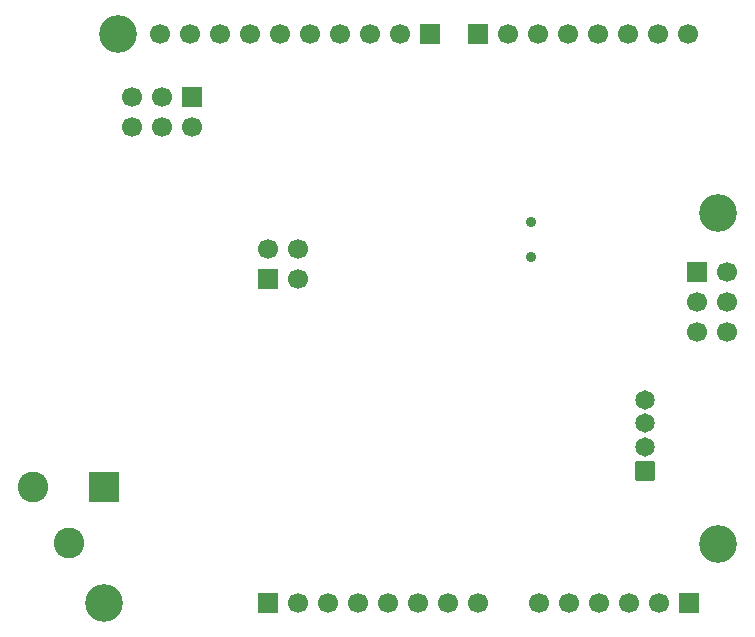
<source format=gbr>
%TF.GenerationSoftware,KiCad,Pcbnew,9.0.6*%
%TF.CreationDate,2026-01-05T12:25:03+01:00*%
%TF.ProjectId,arduino_uno_custom,61726475-696e-46f5-9f75-6e6f5f637573,rev?*%
%TF.SameCoordinates,Original*%
%TF.FileFunction,Soldermask,Bot*%
%TF.FilePolarity,Negative*%
%FSLAX46Y46*%
G04 Gerber Fmt 4.6, Leading zero omitted, Abs format (unit mm)*
G04 Created by KiCad (PCBNEW 9.0.6) date 2026-01-05 12:25:03*
%MOMM*%
%LPD*%
G01*
G04 APERTURE LIST*
G04 Aperture macros list*
%AMRoundRect*
0 Rectangle with rounded corners*
0 $1 Rounding radius*
0 $2 $3 $4 $5 $6 $7 $8 $9 X,Y pos of 4 corners*
0 Add a 4 corners polygon primitive as box body*
4,1,4,$2,$3,$4,$5,$6,$7,$8,$9,$2,$3,0*
0 Add four circle primitives for the rounded corners*
1,1,$1+$1,$2,$3*
1,1,$1+$1,$4,$5*
1,1,$1+$1,$6,$7*
1,1,$1+$1,$8,$9*
0 Add four rect primitives between the rounded corners*
20,1,$1+$1,$2,$3,$4,$5,0*
20,1,$1+$1,$4,$5,$6,$7,0*
20,1,$1+$1,$6,$7,$8,$9,0*
20,1,$1+$1,$8,$9,$2,$3,0*%
G04 Aperture macros list end*
%ADD10R,1.700000X1.700000*%
%ADD11C,1.700000*%
%ADD12RoundRect,0.102000X0.719000X-0.719000X0.719000X0.719000X-0.719000X0.719000X-0.719000X-0.719000X0*%
%ADD13C,1.642000*%
%ADD14R,2.600000X2.600000*%
%ADD15C,2.600000*%
%ADD16C,3.200000*%
%ADD17C,0.900000*%
G04 APERTURE END LIST*
D10*
%TO.C,J1*%
X138600000Y-79000000D03*
D11*
X138600000Y-81540000D03*
X136060000Y-79000000D03*
X136060000Y-81540000D03*
X133520000Y-79000000D03*
X133520000Y-81540000D03*
%TD*%
D12*
%TO.C,J9*%
X177000000Y-110600000D03*
D13*
X177000000Y-108600000D03*
X177000000Y-106600000D03*
X177000000Y-104600000D03*
%TD*%
D14*
%TO.C,X1*%
X131200000Y-112000000D03*
D15*
X125200000Y-112000000D03*
X128200000Y-116700000D03*
%TD*%
D16*
%TO.C,H3*%
X183200000Y-88800000D03*
%TD*%
D10*
%TO.C,J5*%
X180700000Y-121800000D03*
D11*
X178160000Y-121800000D03*
X175620000Y-121800000D03*
X173080000Y-121800000D03*
X170540000Y-121800000D03*
X168000000Y-121800000D03*
%TD*%
D10*
%TO.C,J7*%
X145040000Y-121800000D03*
D11*
X147580000Y-121800000D03*
X150120000Y-121800000D03*
X152660000Y-121800000D03*
X155200000Y-121800000D03*
X157740000Y-121800000D03*
X160280000Y-121800000D03*
X162820000Y-121800000D03*
%TD*%
D16*
%TO.C,H2*%
X132400000Y-73600000D03*
%TD*%
D17*
%TO.C,SW2*%
X167300000Y-92550000D03*
X167300000Y-89550000D03*
%TD*%
D16*
%TO.C,H1*%
X131200000Y-121800000D03*
%TD*%
%TO.C,H4*%
X183200000Y-116800000D03*
%TD*%
D10*
%TO.C,J6*%
X162860000Y-73600000D03*
D11*
X165400000Y-73600000D03*
X167940000Y-73600000D03*
X170480000Y-73600000D03*
X173020000Y-73600000D03*
X175560000Y-73600000D03*
X178100000Y-73600000D03*
X180640000Y-73600000D03*
%TD*%
D10*
%TO.C,J4*%
X158800000Y-73600000D03*
D11*
X156260000Y-73600000D03*
X153720000Y-73600000D03*
X151180000Y-73600000D03*
X148640000Y-73600000D03*
X146100000Y-73600000D03*
X143560000Y-73600000D03*
X141020000Y-73600000D03*
X138480000Y-73600000D03*
X135940000Y-73600000D03*
%TD*%
D10*
%TO.C,J2*%
X145060000Y-94340000D03*
D11*
X145060000Y-91800000D03*
X147600000Y-94340000D03*
X147600000Y-91800000D03*
%TD*%
D10*
%TO.C,ICSP1*%
X181400000Y-93800000D03*
D11*
X183940000Y-93800000D03*
X181400000Y-96340000D03*
X183940000Y-96340000D03*
X181400000Y-98880000D03*
X183940000Y-98880000D03*
%TD*%
M02*

</source>
